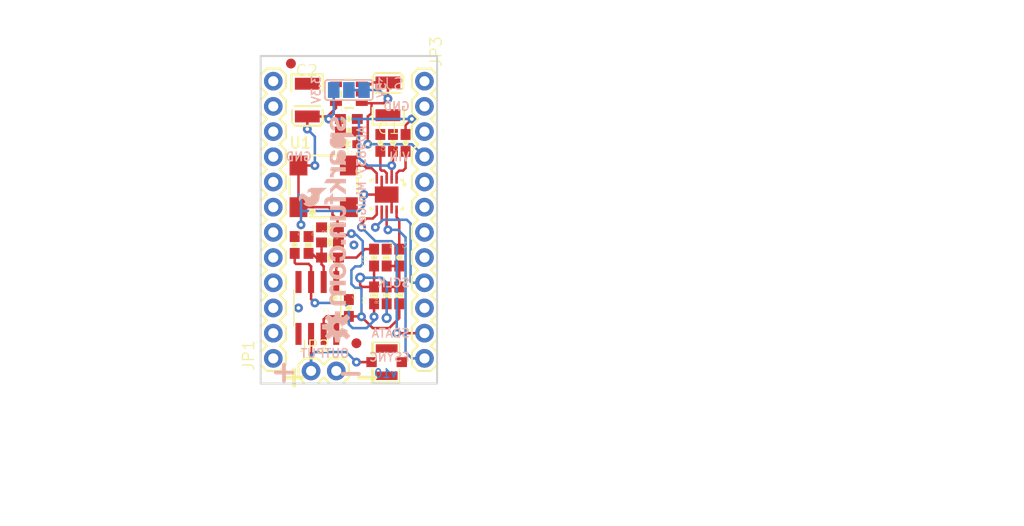
<source format=kicad_pcb>
(kicad_pcb (version 20211014) (generator pcbnew)
  (layers (0 "F.Cu" signal) (1 "In1.Cu" signal) (2 "In2.Cu" signal) (31 "B.Cu" signal) (34 "B.Paste" user) (35 "F.Paste" user) (36 "B.SilkS" user "B.Silkscreen") (37 "F.SilkS" user "F.Silkscreen") (38 "B.Mask" user) (39 "F.Mask" user) (44 "Edge.Cuts" user))
  (net 0 "")
  (net 1 "GND")
  (net 2 "N$3")
  (net 3 "VCC")
  (net 4 "MCLK")
  (net 5 "SCLK")
  (net 6 "FSYNC")
  (net 7 "SDATA")
  (net 8 "N$14")
  (net 9 "N$21")
  (net 10 "N$23")
  (net 11 "N$10")
  (net 12 "N$7")
  (net 13 "N$8")
  (net 14 "N$12")
  (net 15 "N$9")
  (net 16 "OUT")
  (net 17 "VIN")
  (footprint "boardEagle:0603-CAP" (layer "F.Cu") (at 143.0401 107.5436 -90)
    (fp_text reference "C9" (at -0.889 -0.762 -90) (layer "F.SilkS") (effects (font (size 0.373888 0.373888) (thickness 0.032512)) (justify left bottom)))
    (fp_text value "18pF")
    (pad "1" smd rect (at -0.85 0 270) (size 1.1 1) (layers "F.Cu" "F.Paste" "F.Mask") (net 1 "GND"))
    (pad "2" smd rect (at 0.85 0 270) (size 1.1 1) (layers "F.Cu" "F.Paste" "F.Mask") (net 12 "N$7"))
  )
  (footprint "boardEagle:CREATIVE_COMMONS" (layer "F.Cu") (at 133.652157 135.4836)
    (fp_text reference "FRAME1" hide)
    (fp_text value "FRAME-LETTER" hide)
  )
  (footprint "boardEagle:0603-RES" (layer "F.Cu") (at 151.0411 112.6236 90)
    (fp_text reference "R5" (at -0.889 -0.762 90) (layer "F.SilkS") (effects (font (size 0.373888 0.373888) (thickness 0.032512)) (justify left bottom)))
    (fp_text value "2.55K")
    (pad "1" smd rect (at -0.85 0 90) (size 1.1 1) (layers "F.Cu" "F.Paste" "F.Mask") (net 12 "N$7"))
    (pad "2" smd rect (at 0.85 0 90) (size 1.1 1) (layers "F.Cu" "F.Paste" "F.Mask") (net 13 "N$8"))
  )
  (footprint "boardEagle:0603-CAP" (layer "F.Cu") (at 148.5011 94.8436)
    (fp_text reference "C3" (at -0.889 -0.762) (layer "F.SilkS") (effects (font (size 0.373888 0.373888) (thickness 0.032512)) (justify left bottom)))
    (fp_text value "0.1uF")
    (pad "1" smd rect (at -0.85 0) (size 1.1 1) (layers "F.Cu" "F.Paste" "F.Mask") (net 3 "VCC"))
    (pad "2" smd rect (at 0.85 0) (size 1.1 1) (layers "F.Cu" "F.Paste" "F.Mask") (net 1 "GND"))
  )
  (footprint "boardEagle:0603-RES" (layer "F.Cu") (at 144.4371 107.5436 -90)
    (fp_text reference "R10" (at -0.889 -0.762 -90) (layer "F.SilkS") (effects (font (size 0.373888 0.373888) (thickness 0.032512)) (justify left bottom)))
    (fp_text value "1.8K")
    (pad "1" smd rect (at -0.85 0 270) (size 1.1 1) (layers "F.Cu" "F.Paste" "F.Mask") (net 1 "GND"))
    (pad "2" smd rect (at 0.85 0 270) (size 1.1 1) (layers "F.Cu" "F.Paste" "F.Mask") (net 14 "N$12"))
  )
  (footprint "boardEagle:0603-RES" (layer "F.Cu") (at 146.5961 107.2896)
    (fp_text reference "R9" (at -0.889 -0.762) (layer "F.SilkS") (effects (font (size 0.373888 0.373888) (thickness 0.032512)) (justify left bottom)))
    (fp_text value "1.8K")
    (pad "1" smd rect (at -0.85 0) (size 1.1 1) (layers "F.Cu" "F.Paste" "F.Mask") (net 14 "N$12"))
    (pad "2" smd rect (at 0.85 0) (size 1.1 1) (layers "F.Cu" "F.Paste" "F.Mask") (net 3 "VCC"))
  )
  (footprint "boardEagle:1X12" (layer "F.Cu") (at 140.8811 118.9736 90)
    (fp_text reference "JP1" (at -1.3462 -1.8288 90) (layer "F.SilkS") (effects (font (size 1.143 1.143) (thickness 0.127)) (justify left bottom)))
    (fp_text value "M12PTH")
    (pad "1" thru_hole circle (at 0 0 180) (size 1.8796 1.8796) (drill 1.016) (layers *.Cu *.Mask))
    (pad "2" thru_hole circle (at 2.54 0 180) (size 1.8796 1.8796) (drill 1.016) (layers *.Cu *.Mask))
    (pad "3" thru_hole circle (at 5.08 0 180) (size 1.8796 1.8796) (drill 1.016) (layers *.Cu *.Mask))
    (pad "4" thru_hole circle (at 7.62 0 180) (size 1.8796 1.8796) (drill 1.016) (layers *.Cu *.Mask))
    (pad "5" thru_hole circle (at 10.16 0 180) (size 1.8796 1.8796) (drill 1.016) (layers *.Cu *.Mask))
    (pad "6" thru_hole circle (at 12.7 0 180) (size 1.8796 1.8796) (drill 1.016) (layers *.Cu *.Mask))
    (pad "7" thru_hole circle (at 15.24 0 180) (size 1.8796 1.8796) (drill 1.016) (layers *.Cu *.Mask))
    (pad "8" thru_hole circle (at 17.78 0 180) (size 1.8796 1.8796) (drill 1.016) (layers *.Cu *.Mask))
    (pad "9" thru_hole circle (at 20.32 0 180) (size 1.8796 1.8796) (drill 1.016) (layers *.Cu *.Mask) (net 1 "GND"))
    (pad "10" thru_hole circle (at 22.86 0 180) (size 1.8796 1.8796) (drill 1.016) (layers *.Cu *.Mask))
    (pad "11" thru_hole circle (at 25.4 0 180) (size 1.8796 1.8796) (drill 1.016) (layers *.Cu *.Mask))
    (pad "12" thru_hole circle (at 27.94 0 180) (size 1.8796 1.8796) (drill 1.016) (layers *.Cu *.Mask))
  )
  (footprint "boardEagle:EIA3528" (layer "F.Cu") (at 152.4381 92.8116 90)
    (fp_text reference "C1" (at -2.27 1.27 180) (layer "F.SilkS") (effects (font (size 1.1684 1.1684) (thickness 0.1016)) (justify right top)))
    (fp_text value "10uF")
    (pad "A" smd rect (at 1.65 0 180) (size 2.5 1.2) (layers "F.Cu" "F.Paste" "F.Mask") (net 17 "VIN"))
    (pad "C" smd rect (at -1.65 0 180) (size 2.5 1.2) (layers "F.Cu" "F.Paste" "F.Mask") (net 1 "GND"))
  )
  (footprint "boardEagle:SOT23-5" (layer "F.Cu") (at 148.5011 92.3036 90)
    (fp_text reference "U2" (at -0.889 -2.159 90) (layer "F.SilkS") (effects (font (size 0.373888 0.373888) (thickness 0.032512)) (justify left bottom)))
    (fp_text value "3.3V")
    (pad "1" smd rect (at -0.95 1.3001 90) (size 0.55 1.2) (layers "F.Cu" "F.Paste" "F.Mask") (net 17 "VIN"))
    (pad "2" smd rect (at 0 1.3001 90) (size 0.55 1.2) (layers "F.Cu" "F.Paste" "F.Mask") (net 1 "GND"))
    (pad "3" smd rect (at 0.95 1.3001 90) (size 0.55 1.2) (layers "F.Cu" "F.Paste" "F.Mask") (net 17 "VIN"))
    (pad "4" smd rect (at 0.95 -1.3001 90) (size 0.55 1.2) (layers "F.Cu" "F.Paste" "F.Mask"))
    (pad "5" smd rect (at -0.95 -1.3001 90) (size 0.55 1.2) (layers "F.Cu" "F.Paste" "F.Mask") (net 3 "VCC"))
  )
  (footprint "boardEagle:0603-CAP" (layer "F.Cu") (at 148.5011 113.8936 -90)
    (fp_text reference "C11" (at -0.889 -0.762 -90) (layer "F.SilkS") (effects (font (size 0.373888 0.373888) (thickness 0.032512)) (justify left bottom)))
    (fp_text value "0.1uF")
    (pad "1" smd rect (at -0.85 0 270) (size 1.1 1) (layers "F.Cu" "F.Paste" "F.Mask") (net 1 "GND"))
    (pad "2" smd rect (at 0.85 0 270) (size 1.1 1) (layers "F.Cu" "F.Paste" "F.Mask") (net 3 "VCC"))
  )
  (footprint "boardEagle:FIDUCIAL-1X2" (layer "F.Cu") (at 142.6591 89.2556)
    (fp_text reference "FID1" hide)
    (fp_text value "FIDUCIAL1X2" hide)
    (pad "1" smd roundrect (at 0 0) (size 1 1) (layers "F.Cu" "F.Mask") (roundrect_rratio 0.5))
  )
  (footprint "boardEagle:FIDUCIAL-1X2" (layer "F.Cu") (at 149.2631 117.4496)
    (fp_text reference "FID2" hide)
    (fp_text value "FIDUCIAL1X2" hide)
    (pad "1" smd roundrect (at 0 0) (size 1 1) (layers "F.Cu" "F.Mask") (roundrect_rratio 0.5))
  )
  (footprint "boardEagle:0603-RES" (layer "F.Cu") (at 152.3111 108.8136 -90)
    (fp_text reference "R7" (at -0.889 -0.762 -90) (layer "F.SilkS") (effects (font (size 0.373888 0.373888) (thickness 0.032512)) (justify left bottom)))
    (fp_text value "10K")
    (pad "1" smd rect (at -0.85 0 270) (size 1.1 1) (layers "F.Cu" "F.Paste" "F.Mask") (net 1 "GND"))
    (pad "2" smd rect (at 0.85 0 270) (size 1.1 1) (layers "F.Cu" "F.Paste" "F.Mask") (net 8 "N$14"))
  )
  (footprint "boardEagle:1X12" (layer "F.Cu") (at 156.1211 91.0336 -90)
    (fp_text reference "JP3" (at -1.3462 -1.8288 -90) (layer "F.SilkS") (effects (font (size 1.143 1.143) (thickness 0.127)) (justify left bottom)))
    (fp_text value "M12PTH")
    (pad "1" thru_hole circle (at 0 0) (size 1.8796 1.8796) (drill 1.016) (layers *.Cu *.Mask))
    (pad "2" thru_hole circle (at 2.54 0) (size 1.8796 1.8796) (drill 1.016) (layers *.Cu *.Mask) (net 1 "GND"))
    (pad "3" thru_hole circle (at 5.08 0) (size 1.8796 1.8796) (drill 1.016) (layers *.Cu *.Mask))
    (pad "4" thru_hole circle (at 7.62 0) (size 1.8796 1.8796) (drill 1.016) (layers *.Cu *.Mask) (net 17 "VIN"))
    (pad "5" thru_hole circle (at 10.16 0) (size 1.8796 1.8796) (drill 1.016) (layers *.Cu *.Mask))
    (pad "6" thru_hole circle (at 12.7 0) (size 1.8796 1.8796) (drill 1.016) (layers *.Cu *.Mask))
    (pad "7" thru_hole circle (at 15.24 0) (size 1.8796 1.8796) (drill 1.016) (layers *.Cu *.Mask))
    (pad "8" thru_hole circle (at 17.78 0) (size 1.8796 1.8796) (drill 1.016) (layers *.Cu *.Mask))
    (pad "9" thru_hole circle (at 20.32 0) (size 1.8796 1.8796) (drill 1.016) (layers *.Cu *.Mask) (net 5 "SCLK"))
    (pad "10" thru_hole circle (at 22.86 0) (size 1.8796 1.8796) (drill 1.016) (layers *.Cu *.Mask))
    (pad "11" thru_hole circle (at 25.4 0) (size 1.8796 1.8796) (drill 1.016) (layers *.Cu *.Mask) (net 7 "SDATA"))
    (pad "12" thru_hole circle (at 27.94 0) (size 1.8796 1.8796) (drill 1.016) (layers *.Cu *.Mask) (net 6 "FSYNC"))
  )
  (footprint "boardEagle:0603-CAP" (layer "F.Cu") (at 154.2161 97.2566 90)
    (fp_text reference "C14" (at -0.889 -0.762 90) (layer "F.SilkS") (effects (font (size 0.373888 0.373888) (thickness 0.032512)) (justify left bottom)))
    (fp_text value "10nF")
    (pad "1" smd rect (at -0.85 0 90) (size 1.1 1) (layers "F.Cu" "F.Paste" "F.Mask") (net 10 "N$23"))
    (pad "2" smd rect (at 0.85 0 90) (size 1.1 1) (layers "F.Cu" "F.Paste" "F.Mask") (net 3 "VCC"))
  )
  (footprint "boardEagle:U.FL" (layer "F.Cu") (at 152.3111 119.3546 180)
    (fp_text reference "J1" hide)
    (fp_text value "" hide)
    (pad "P$1" smd rect (at 0 -1.375 180) (size 2.2 0.85) (layers "F.Cu" "F.Paste" "F.Mask") (net 1 "GND"))
    (pad "P$2" smd rect (at 0 1.375 180) (size 2.2 0.85) (layers "F.Cu" "F.Paste" "F.Mask") (net 1 "GND"))
    (pad "P$3" smd rect (at 1.525 0 180) (size 1.05 1) (layers "F.Cu" "F.Paste" "F.Mask") (net 16 "OUT"))
    (pad "P$4" smd rect (at -1.525 0 180) (size 1.05 1) (layers "F.Cu" "F.Paste" "F.Mask"))
  )
  (footprint "boardEagle:LED-0603" (layer "F.Cu") (at 148.5011 97.3836 90)
    (fp_text reference "LED1" (at -0.6985 0.889 180) (layer "F.SilkS") (effects (font (size 0.373888 0.373888) (thickness 0.032512)) (justify right top)))
    (fp_text value "RED")
    (pad "A" smd rect (at 0 0.75 90) (size 0.8 0.8) (layers "F.Cu" "F.Paste" "F.Mask") (net 2 "N$3"))
    (pad "C" smd rect (at 0 -0.75 90) (size 0.8 0.8) (layers "F.Cu" "F.Paste" "F.Mask") (net 1 "GND"))
  )
  (footprint "boardEagle:0603-RES" (layer "F.Cu") (at 146.5961 108.8136 180)
    (fp_text reference "R8" (at -0.889 -0.762 180) (layer "F.SilkS") (effects (font (size 0.373888 0.373888) (thickness 0.032512)) (justify right top)))
    (fp_text value "787")
    (pad "1" smd rect (at -0.85 0 180) (size 1.1 1) (layers "F.Cu" "F.Paste" "F.Mask") (net 15 "N$9"))
    (pad "2" smd rect (at 0.85 0 180) (size 1.1 1) (layers "F.Cu" "F.Paste" "F.Mask") (net 14 "N$12"))
  )
  (footprint "boardEagle:0603-CAP" (layer "F.Cu") (at 151.6761 97.2566 90)
    (fp_text reference "C15" (at -0.889 -0.762 90) (layer "F.SilkS") (effects (font (size 0.373888 0.373888) (thickness 0.032512)) (justify left bottom)))
    (fp_text value "0.1uF")
    (pad "1" smd rect (at -0.85 0 90) (size 1.1 1) (layers "F.Cu" "F.Paste" "F.Mask") (net 11 "N$10"))
    (pad "2" smd rect (at 0.85 0 90) (size 1.1 1) (layers "F.Cu" "F.Paste" "F.Mask") (net 1 "GND"))
  )
  (footprint "boardEagle:0603-RES" (layer "F.Cu") (at 153.5811 112.6236 -90)
    (fp_text reference "R6" (at -0.889 -0.762 -90) (layer "F.SilkS") (effects (font (size 0.373888 0.373888) (thickness 0.032512)) (justify left bottom)))
    (fp_text value "10K")
    (pad "1" smd rect (at -0.85 0 270) (size 1.1 1) (layers "F.Cu" "F.Paste" "F.Mask") (net 8 "N$14"))
    (pad "2" smd rect (at 0.85 0 270) (size 1.1 1) (layers "F.Cu" "F.Paste" "F.Mask") (net 3 "VCC"))
  )
  (footprint "boardEagle:0603-RES" (layer "F.Cu") (at 152.3111 112.6236 90)
    (fp_text reference "R4" (at -0.889 -0.762 90) (layer "F.SilkS") (effects (font (size 0.373888 0.373888) (thickness 0.032512)) (justify left bottom)))
    (fp_text value "1.8K")
    (pad "1" smd rect (at -0.85 0 90) (size 1.1 1) (layers "F.Cu" "F.Paste" "F.Mask") (net 13 "N$8"))
    (pad "2" smd rect (at 0.85 0 90) (size 1.1 1) (layers "F.Cu" "F.Paste" "F.Mask") (net 8 "N$14"))
  )
  (footprint "boardEagle:0603-CAP" (layer "F.Cu") (at 146.5961 105.7656 180)
    (fp_text reference "C13" (at -0.889 -0.762 180) (layer "F.SilkS") (effects (font (size 0.373888 0.373888) (thickness 0.032512)) (justify right top)))
    (fp_text value "0.1uF")
    (pad "1" smd rect (at -0.85 0 180) (size 1.1 1) (layers "F.Cu" "F.Paste" "F.Mask") (net 3 "VCC"))
    (pad "2" smd rect (at 0.85 0 180) (size 1.1 1) (layers "F.Cu" "F.Paste" "F.Mask") (net 1 "GND"))
  )
  (footprint "boardEagle:CRYSTAL-SMD-7X5" (layer "F.Cu") (at 143.4211 103.7336)
    (fp_text reference "U1" (at -1.016 -5.842) (layer "F.SilkS") (effects (font (size 1.0795 1.0795) (thickness 0.1905)) (justify left bottom)))
    (fp_text value "16MHz")
    (pad "P$1" smd rect (at 0 0 90) (size 2 1.8) (layers "F.Cu" "F.Paste" "F.Mask") (net 3 "VCC"))
    (pad "P$2" smd rect (at 5.08 0 90) (size 2 1.8) (layers "F.Cu" "F.Paste" "F.Mask") (net 1 "GND"))
    (pad "P$3" smd rect (at 5.08 -4.2 90) (size 2 1.8) (layers "F.Cu" "F.Paste" "F.Mask") (net 4 "MCLK"))
    (pad "P$4" smd rect (at 0 -4.2 90) (size 2 1.8) (layers "F.Cu" "F.Paste" "F.Mask") (net 3 "VCC"))
  )
  (footprint "boardEagle:1X02" (layer "F.Cu") (at 144.6911 120.2436)
    (fp_text reference "JP2" (at -1.3462 -1.8288) (layer "F.SilkS") (effects (font (size 1.143 1.143) (thickness 0.127)) (justify left bottom)))
    (fp_text value "M02PTH")
    (pad "1" thru_hole circle (at 0 0 90) (size 1.8796 1.8796) (drill 1.016) (layers *.Cu *.Mask) (net 16 "OUT"))
    (pad "2" thru_hole circle (at 2.54 0 90) (size 1.8796 1.8796) (drill 1.016) (layers *.Cu *.Mask) (net 1 "GND"))
  )
  (footprint "boardEagle:AD9837" (layer "F.Cu") (at 152.3111 102.4636 -90)
    (fp_text reference "U3" (at -1.5 2.5 -90) (layer "F.SilkS") (effects (font (size 0.51816 0.51816) (thickness 0.09144)) (justify left bottom)))
    (fp_text value "AD9837")
    (pad "P$0" smd rect (at 0 0 180) (size 2.38 1.64) (layers "F.Cu" "F.Mask") (net 1 "GND"))
    (pad "P$1" smd rect (at -1.5 -1 180) (size 0.25 0.8) (layers "F.Cu" "F.Paste" "F.Mask") (net 10 "N$23"))
    (pad "P$2" smd rect (at -1.5 -0.5 180) (size 0.25 0.8) (layers "F.Cu" "F.Paste" "F.Mask") (net 3 "VCC"))
    (pad "P$3" smd rect (at -1.5 0 180) (size 0.25 0.8) (layers "F.Cu" "F.Paste" "F.Mask") (net 11 "N$10"))
    (pad "P$4" smd rect (at -1.5 0.5 180) (size 0.25 0.8) (layers "F.Cu" "F.Paste" "F.Mask") (net 1 "GND"))
    (pad "P$5" smd rect (at -1.5 1 180) (size 0.25 0.8) (layers "F.Cu" "F.Paste" "F.Mask") (net 4 "MCLK"))
    (pad "P$6" smd rect (at 1.5 1 180) (size 0.25 0.8) (layers "F.Cu" "F.Paste" "F.Mask") (net 7 "SDATA"))
    (pad "P$7" smd rect (at 1.5 0.5 180) (size 0.25 0.8) (layers "F.Cu" "F.Paste" "F.Mask") (net 5 "SCLK"))
    (pad "P$8" smd rect (at 1.5 0 180) (size 0.25 0.8) (layers "F.Cu" "F.Paste" "F.Mask") (net 6 "FSYNC"))
    (pad "P$9" smd rect (at 1.5 -0.5 180) (size 0.25 0.8) (layers "F.Cu" "F.Paste" "F.Mask") (net 1 "GND"))
    (pad "P$10" smd rect (at 1.5 -1 180) (size 0.25 0.8) (layers "F.Cu" "F.Paste" "F.Mask") (net 9 "N$21"))
  )
  (footprint "boardEagle:0603-CAP" (layer "F.Cu") (at 152.9461 97.2566 90)
    (fp_text reference "C8" (at -0.889 -0.762 90) (layer "F.SilkS") (effects (font (size 0.373888 0.373888) (thickness 0.032512)) (justify left bottom)))
    (fp_text value "0.1uF")
    (pad "1" smd rect (at -0.85 0 90) (size 1.1 1) (layers "F.Cu" "F.Paste" "F.Mask") (net 3 "VCC"))
    (pad "2" smd rect (at 0.85 0 90) (size 1.1 1) (layers "F.Cu" "F.Paste" "F.Mask") (net 1 "GND"))
  )
  (footprint "boardEagle:0603-CAP" (layer "F.Cu") (at 151.0411 108.8136 90)
    (fp_text reference "C10" (at -0.889 -0.762 90) (layer "F.SilkS") (effects (font (size 0.373888 0.373888) (thickness 0.032512)) (justify left bottom)))
    (fp_text value "18pF")
    (pad "1" smd rect (at -0.85 0 90) (size 1.1 1) (layers "F.Cu" "F.Paste" "F.Mask") (net 13 "N$8"))
    (pad "2" smd rect (at 0.85 0 90) (size 1.1 1) (layers "F.Cu" "F.Paste" "F.Mask") (net 15 "N$9"))
  )
  (footprint "boardEagle:0603-CAP" (layer "F.Cu") (at 153.5811 108.8136 -90)
    (fp_text reference "C4" (at -0.889 -0.762 -90) (layer "F.SilkS") (effects (font (size 0.373888 0.373888) (thickness 0.032512)) (justify left bottom)))
    (fp_text value "10uF, 6.3V")
    (pad "1" smd rect (at -0.85 0 270) (size 1.1 1) (layers "F.Cu" "F.Paste" "F.Mask") (net 9 "N$21"))
    (pad "2" smd rect (at 0.85 0 270) (size 1.1 1) (layers "F.Cu" "F.Paste" "F.Mask") (net 8 "N$14"))
  )
  (footprint "boardEagle:SO08" (layer "F.Cu") (at 145.3261 113.8936 180)
    (fp_text reference "U4" (at -1.27 0 180) (layer "F.SilkS") (effects (font (size 0.373888 0.373888) (thickness 0.032512)) (justify right top)))
    (fp_text value "")
    (pad "1" smd rect (at -1.905 2.6162 180) (size 0.6096 2.2098) (layers "F.Cu" "F.Paste" "F.Mask") (net 15 "N$9"))
    (pad "2" smd rect (at -0.635 2.6162 180) (size 0.6096 2.2098) (layers "F.Cu" "F.Paste" "F.Mask") (net 14 "N$12"))
    (pad "3" smd rect (at 0.635 2.6162 180) (size 0.6096 2.2098) (layers "F.Cu" "F.Paste" "F.Mask") (net 12 "N$7"))
    (pad "4" smd rect (at 1.905 2.6162 180) (size 0.6096 2.2098) (layers "F.Cu" "F.Paste" "F.Mask") (net 1 "GND"))
    (pad "5" smd rect (at 1.905 -2.6162 180) (size 0.6096 2.2098) (layers "F.Cu" "F.Paste" "F.Mask"))
    (pad "6" smd rect (at 0.635 -2.6162 180) (size 0.6096 2.2098) (layers "F.Cu" "F.Paste" "F.Mask") (net 16 "OUT"))
    (pad "7" smd rect (at -0.635 -2.6162 180) (size 0.6096 2.2098) (layers "F.Cu" "F.Paste" "F.Mask") (net 3 "VCC"))
    (pad "8" smd rect (at -1.905 -2.6162 180) (size 0.6096 2.2098) (layers "F.Cu" "F.Paste" "F.Mask"))
  )
  (footprint "boardEagle:0603-RES" (layer "F.Cu") (at 148.5011 96.1136)
    (fp_text reference "R1" (at -0.889 -0.762) (layer "F.SilkS") (effects (font (size 0.373888 0.373888) (thickness 0.032512)) (justify left bottom)))
    (fp_text value "330")
    (pad "1" smd rect (at -0.85 0) (size 1.1 1) (layers "F.Cu" "F.Paste" "F.Mask") (net 3 "VCC"))
    (pad "2" smd rect (at 0.85 0) (size 1.1 1) (layers "F.Cu" "F.Paste" "F.Mask") (net 2 "N$3"))
  )
  (footprint "boardEagle:EIA3528" (layer "F.Cu") (at 144.3101 92.9386 -90)
    (fp_text reference "C2" (at -2.27 1.27) (layer "F.SilkS") (effects (font (size 1.1684 1.1684) (thickness 0.1016)) (justify left bottom)))
    (fp_text value "10uF")
    (pad "A" smd rect (at 1.65 0) (size 2.5 1.2) (layers "F.Cu" "F.Paste" "F.Mask") (net 3 "VCC"))
    (pad "C" smd rect (at -1.65 0) (size 2.5 1.2) (layers "F.Cu" "F.Paste" "F.Mask") (net 1 "GND"))
  )
  (footprint "boardEagle:SJ_2" (layer "B.Cu") (at 148.5011 91.9226 180)
    (fp_text reference "SJ1" (at -2.413 1.27) (layer "B.SilkS") (effects (font (size 1.143 1.143) (thickness 0.127)) (justify right top mirror)))
    (fp_text value "")
    (pad "1" smd rect (at -1.524 0 180) (size 1.1684 1.6002) (layers "B.Cu" "B.Paste" "B.Mask") (net 17 "VIN"))
    (pad "2" smd rect (at 0 0 180) (size 1.1684 1.6002) (layers "B.Cu" "B.Paste" "B.Mask") (net 17 "VIN"))
    (pad "3" smd rect (at 1.524 0 180) (size 1.1684 1.6002) (layers "B.Cu" "B.Paste" "B.Mask") (net 3 "VCC"))
  )
  (footprint "boardEagle:OSHW-LOGO-S" (layer "B.Cu") (at 147.3581 115.7986 -90)
    (fp_text reference "U$2" hide)
    (fp_text value "OSHW-LOGOS" hide)
  )
  (footprint "boardEagle:SFE-NEW-WEBLOGO" (layer "B.Cu") (at 149.1361 94.5896 -90)
    (fp_text reference "JP4" hide)
    (fp_text value "LOGO-SFENEW" hide)
  )
  (gr_line (start 139.6111 88.4936) (end 139.6111 121.5136) (layer "Edge.Cuts") (width 0.2032))
  (gr_line (start 157.3911 121.5136) (end 157.3911 88.4936) (layer "Edge.Cuts") (width 0.2032))
  (gr_line (start 139.6111 121.5136) (end 157.3911 121.5136) (layer "Edge.Cuts") (width 0.2032))
  (gr_line (start 157.3911 88.4936) (end 139.6111 88.4936) (layer "Edge.Cuts") (width 0.2032))
  (gr_text "v10" (at 153.4541 121.0056) (layer "B.Cu") (effects (font (size 0.8636 0.8636) (thickness 0.1524)) (justify left bottom mirror)))
  (gr_text "3.3V" (at 145.7071 90.3986 -270) (layer "B.SilkS") (effects (font (size 0.8636 0.8636) (thickness 0.1524)) (justify left bottom mirror)))
  (gr_text "GND" (at 154.7241 94.0816) (layer "B.SilkS") (effects (font (size 0.8636 0.8636) (thickness 0.1524)) (justify left bottom mirror)))
  (gr_text "+" (at 143.5481 121.5136) (layer "B.SilkS") (effects (font (size 2.159 2.159) (thickness 0.381)) (justify left bottom mirror)))
  (gr_text "FSYNC" (at 154.7241 119.3546) (layer "B.SilkS") (effects (font (size 0.8636 0.8636) (thickness 0.1524)) (justify left bottom mirror)))
  (gr_text "SDATA" (at 154.7241 116.9416) (layer "B.SilkS") (effects (font (size 0.8636 0.8636) (thickness 0.1524)) (justify left bottom mirror)))
  (gr_text "-" (at 150.2791 121.6406) (layer "B.SilkS") (effects (font (size 2.159 2.159) (thickness 0.381)) (justify left bottom mirror)))
  (gr_text "OUTPUT" (at 148.6281 118.9736) (layer "B.SilkS") (effects (font (size 0.8636 0.8636) (thickness 0.1524)) (justify left bottom mirror)))
  (gr_text "GND" (at 142.0241 98.1456) (layer "B.SilkS") (effects (font (size 0.8636 0.8636) (thickness 0.1524)) (justify right top mirror)))
  (gr_text "5V" (at 152.3111 91.0336 -270) (layer "B.SilkS") (effects (font (size 0.8636 0.8636) (thickness 0.1524)) (justify left bottom mirror)))
  (gr_text "VIN" (at 154.7241 99.1616) (layer "B.SilkS") (effects (font (size 0.8636 0.8636) (thickness 0.1524)) (justify left bottom mirror)))
  (gr_text "AD9837 MiniGen" (at 150.2791 95.4786 -270) (layer "B.SilkS") (effects (font (size 0.8636 0.8636) (thickness 0.1524)) (justify left bottom mirror)))
  (gr_text "SCLK" (at 154.7241 111.8616) (layer "B.SilkS") (effects (font (size 0.8636 0.8636) (thickness 0.1524)) (justify left bottom mirror)))
  (gr_text "+" (at 141.3891 122.0216) (layer "F.SilkS") (effects (font (size 2.159 2.159) (thickness 0.381)) (justify left bottom)))
  (gr_text "-" (at 148.7551 122.0216) (layer "F.SilkS") (effects (font (size 2.159 2.159) (thickness 0.381)) (justify left bottom)))
  (segment (start 151.8111 100.9636) (end 151.8111 101.9636) (width 0.254) (layer "F.Cu") (net 1))
  (segment (start 152.8111 102.9636) (end 152.3111 102.4636) (width 0.254) (layer "F.Cu") (net 1))
  (segment (start 151.8111 101.9636) (end 152.3111 102.4636) (width 0.254) (layer "F.Cu") (net 1))
  (segment (start 150.0251 102.4636) (end 152.3111 102.4636) (width 0.254) (layer "F.Cu") (net 1))
  (segment (start 152.8111 103.9636) (end 152.8111 102.9636) (width 0.254) (layer "F.Cu") (net 1))
  (via (at 149.0091 107.5436) (size 0.889) (drill 0.381) (layers "F.Cu" "B.Cu") (net 1))
  (via (at 150.0251 102.4636) (size 0.889) (drill 0.381) (layers "F.Cu" "B.Cu") (net 1))
  (via (at 143.6751 105.5116) (size 0.889) (drill 0.381) (layers "F.Cu" "B.Cu") (net 1))
  (via (at 143.4211 113.8936) (size 0.889) (drill 0.381) (layers "F.Cu" "B.Cu") (net 1))
  (segment (start 149.5171 104.1146) (end 143.6751 104.1146) (width 0.254) (layer "B.Cu") (net 1))
  (segment (start 150.0251 102.4636) (end 150.0251 103.6066) (width 0.254) (layer "B.Cu") (net 1))
  (segment (start 150.0251 103.6066) (end 149.5171 104.1146) (width 0.254) (layer "B.Cu") (net 1))
  (segment (start 143.6751 102.7176) (end 143.4211 102.4636) (width 0.254) (layer "B.Cu") (net 1))
  (segment (start 143.6751 105.5116) (end 143.6751 104.1146) (width 0.254) (layer "B.Cu") (net 1))
  (segment (start 143.6751 104.1146) (end 143.6751 102.7176) (width 0.254) (layer "B.Cu") (net 1))
  (segment (start 149.3511 96.1136) (end 149.3511 97.2836) (width 0.254) (layer "F.Cu") (net 2))
  (segment (start 149.3511 97.2836) (end 149.2511 97.3836) (width 0.254) (layer "F.Cu") (net 2))
  (segment (start 153.5811 113.4736) (end 153.5811 114.9096) (width 0.254) (layer "F.Cu") (net 3))
  (segment (start 146.8501 104.4956) (end 147.3581 105.0036) (width 0.254) (layer "F.Cu") (net 3))
  (segment (start 143.4211 103.7336) (end 146.4691 103.7336) (width 0.254) (layer "F.Cu") (net 3))
  (segment (start 148.753765 106.526266) (end 148.7551 106.4006) (width 0.254) (layer "F.Cu") (net 3))
  (segment (start 147.6511 94.8436) (end 147.2311 94.8436) (width 0.254) (layer "F.Cu") (net 3))
  (segment (start 147.3581 105.0036) (end 147.3581 105.6776) (width 0.254) (layer "F.Cu") (net 3))
  (segment (start 147.4461 105.7656) (end 147.4461 106.526266) (width 0.254) (layer "F.Cu") (net 3))
  (segment (start 146.2541 114.7436) (end 145.9611 115.0366) (width 0.254) (layer "F.Cu") (net 3))
  (segment (start 147.3581 105.6776) (end 147.4461 105.7656) (width 0.254) (layer "F.Cu") (net 3))
  (segment (start 154.2161 95.4786) (end 154.8511 94.8436) (width 0.254) (layer "F.Cu") (net 3))
  (segment (start 146.8501 104.1146) (end 146.8501 104.4956) (width 0.254) (layer "F.Cu") (net 3))
  (segment (start 147.4461 106.526266) (end 147.4461 107.2896) (width 0.254) (layer "F.Cu") (net 3))
  (segment (start 147.6511 94.8436) (end 146.4691 94.8436) (width 0.254) (layer "F.Cu") (net 3))
  (segment (start 146.4691 103.7336) (end 146.8501 104.1146) (width 0.254) (layer "F.Cu") (net 3))
  (segment (start 146.4691 94.8436) (end 146.4691 94.4626) (width 0.254) (layer "F.Cu") (net 3))
  (segment (start 153.5811 114.9096) (end 152.5651 115.9256) (width 0.254) (layer "F.Cu") (net 3))
  (segment (start 144.3101 94.5886) (end 146.2141 94.5886) (width 0.254) (layer "F.Cu") (net 3))
  (segment (start 152.5651 115.9256) (end 150.9141 115.9256) (width 0.254) (layer "F.Cu") (net 3))
  (segment (start 143.4211 99.5336) (end 143.4211 103.7336) (width 0.254) (layer "F.Cu") (net 3))
  (segment (start 145.9611 115.0366) (end 145.9611 116.5098) (width 0.254) (layer "F.Cu") (net 3))
  (segment (start 147.4461 106.526266) (end 148.753765 106.526266) (width 0.254) (layer "F.Cu") (net 3))
  (segment (start 152.8191 99.5426) (end 152.8191 100.9556) (width 0.254) (layer "F.Cu") (net 3))
  (segment (start 146.2141 94.5886) (end 146.4691 94.8436) (width 0.254) (layer "F.Cu") (net 3))
  (segment (start 149.7321 114.7436) (end 149.7711 114.7826) (width 0.254) (layer "F.Cu") (net 3))
  (segment (start 152.9461 98.1066) (end 152.9461 99.7966) (width 0.254) (layer "F.Cu") (net 3))
  (segment (start 148.5011 114.7436) (end 149.7321 114.7436) (width 0.254) (layer "F.Cu") (net 3))
  (segment (start 144.9361 99.5336) (end 145.0721 99.5426) (width 0.254) (layer "F.Cu") (net 3))
  (segment (start 150.9141 115.9256) (end 149.7711 114.7826) (width 0.254) (layer "F.Cu") (net 3))
  (segment (start 147.6511 96.1136) (end 147.6511 94.8436) (width 0.254) (layer "F.Cu") (net 3))
  (segment (start 148.5011 114.7436) (end 146.2541 114.7436) (width 0.254) (layer "F.Cu") (net 3))
  (segment (start 152.9461 99.7966) (end 152.8191 99.5426) (width 0.254) (layer "F.Cu") (net 3))
  (segment (start 146.4691 94.4626) (end 147.201 93.7307) (width 0.254) (layer "F.Cu") (net 3))
  (segment (start 147.201 93.2536) (end 147.201 93.7307) (width 0.254) (layer "F.Cu") (net 3))
  (segment (start 143.4211 99.5336) (end 144.9361 99.5336) (width 0.254) (layer "F.Cu") (net 3))
  (segment (start 144.3101 95.8596) (end 144.3101 94.5886) (width 0.254) (layer "F.Cu") (net 3))
  (segment (start 152.8191 100.9556) (end 152.8111 100.9636) (width 0.254) (layer "F.Cu") (net 3))
  (segment (start 154.2161 96.4066) (end 154.2161 95.4786) (width 0.254) (layer "F.Cu") (net 3))
  (via (at 145.0721 99.5426) (size 0.889) (drill 0.381) (layers "F.Cu" "B.Cu") (net 3))
  (via (at 152.8191 99.5426) (size 0.889) (drill 0.381) (layers "F.Cu" "B.Cu") (net 3))
  (via (at 146.4691 94.8436) (size 0.889) (drill 0.381) (layers "F.Cu" "B.Cu") (net 3))
  (via (at 144.3101 95.8596) (size 0.889) (drill 0.381) (layers "F.Cu" "B.Cu") (net 3))
  (via (at 154.8511 94.8436) (size 0.889) (drill 0.381) (layers "F.Cu" "B.Cu") (net 3))
  (via (at 149.7711 114.7826) (size 0.889) (drill 0.381) (layers "F.Cu" "B.Cu") (net 3))
  (via (at 148.7551 106.4006) (size 0.889) (drill 0.381) (layers "F.Cu" "B.Cu") (net 3))
  (segment (start 149.5171 94.8436) (end 149.5171 98.7806) (width 0.254) (layer "B.Cu") (net 3))
  (segment (start 146.9771 94.3356) (end 146.4691 94.8436) (width 0.254) (layer "B.Cu") (net 3))
  (segment (start 149.6441 111.8616) (end 149.7711 111.9886) (width 0.254) (layer "B.Cu") (net 3))
  (segment (start 145.0721 96.6216) (end 144.3101 95.8596) (width 0.254) (layer "B.Cu") (net 3))
  (segment (start 149.5171 98.7806) (end 150.4061 99.5426) (width 0.254) (layer "B.Cu") (net 3))
  (segment (start 150.4061 99.5426) (end 152.8191 99.5426) (width 0.254) (layer "B.Cu") (net 3))
  (segment (start 149.8981 107.1626) (end 149.8981 109.4486) (width 0.254) (layer "B.Cu") (net 3))
  (segment (start 148.7551 110.0836) (end 148.7551 111.4806) (width 0.254) (layer "B.Cu") (net 3))
  (segment (start 154.8511 94.8436) (end 149.5171 94.8436) (width 0.254) (layer "B.Cu") (net 3))
  (segment (start 149.6441 109.7026) (end 149.1361 109.7026) (width 0.254) (layer "B.Cu") (net 3))
  (segment (start 149.261765 106.526266) (end 149.8981 107.1626) (width 0.254) (layer "B.Cu") (net 3))
  (segment (start 148.880765 106.526266) (end 148.7551 106.4006) (width 0.254) (layer "B.Cu") (net 3))
  (segment (start 145.0721 99.5426) (end 145.0721 96.6216) (width 0.254) (layer "B.Cu") (net 3))
  (segment (start 149.261765 106.526266) (end 148.880765 106.526266) (width 0.254) (layer "B.Cu") (net 3))
  (segment (start 149.1361 111.8616) (end 149.6441 111.8616) (width 0.254) (layer "B.Cu") (net 3))
  (segment (start 149.5171 94.8436) (end 146.4691 94.8436) (width 0.254) (layer "B.Cu") (net 3))
  (segment (start 149.1361 109.7026) (end 148.7551 110.0836) (width 0.254) (layer "B.Cu") (net 3))
  (segment (start 149.7711 111.9886) (end 149.7711 114.7826) (width 0.254) (layer "B.Cu") (net 3))
  (segment (start 146.9771 91.9226) (end 146.9771 94.3356) (width 0.254) (layer "B.Cu") (net 3))
  (segment (start 148.7551 111.4806) (end 149.1361 111.8616) (width 0.254) (layer "B.Cu") (net 3))
  (segment (start 149.8981 109.4486) (end 149.6441 109.7026) (width 0.254) (layer "B.Cu") (net 3))
  (segment (start 148.5011 99.5336) (end 150.0161 99.5336) (width 0.254) (layer "F.Cu") (net 4))
  (segment (start 150.0161 99.5336) (end 150.2791 99.7966) (width 0.254) (layer "F.Cu") (net 4))
  (segment (start 151.3111 100.9636) (end 151.3111 100.3206) (width 0.254) (layer "F.Cu") (net 4))
  (segment (start 150.7871 99.7966) (end 151.3111 100.3206) (width 0.254) (layer "F.Cu") (net 4))
  (segment (start 150.2791 99.7966) (end 150.7871 99.7966) (width 0.254) (layer "F.Cu") (net 4))
  (segment (start 151.8111 103.9636) (end 151.8111 105.1226) (width 0.254) (layer "F.Cu") (net 5))
  (segment (start 151.8111 105.1226) (end 151.1681 105.7656) (width 0.254) (layer "F.Cu") (net 5))
  (via (at 151.1681 105.7656) (size 0.889) (drill 0.381) (layers "F.Cu" "B.Cu") (net 5))
  (segment (start 154.8511 111.3536) (end 156.1211 111.3536) (width 0.254) (layer "B.Cu") (net 5))
  (segment (start 154.7241 111.2266) (end 154.8511 111.3536) (width 0.254) (layer "B.Cu") (net 5))
  (segment (start 154.3431 105.0036) (end 154.7241 105.3846) (width 0.254) (layer "B.Cu") (net 5))
  (segment (start 154.7241 105.3846) (end 154.7241 111.2266) (width 0.254) (layer "B.Cu") (net 5))
  (segment (start 151.1681 105.7656) (end 151.9301 105.0036) (width 0.254) (layer "B.Cu") (net 5))
  (segment (start 151.9301 105.0036) (end 154.3431 105.0036) (width 0.254) (layer "B.Cu") (net 5))
  (segment (start 152.3111 103.9636) (end 152.3111 105.8926) (width 0.254) (layer "F.Cu") (net 6))
  (segment (start 152.3111 105.8926) (end 152.4381 106.0196) (width 0.254) (layer "F.Cu") (net 6))
  (via (at 152.4381 106.0196) (size 0.889) (drill 0.381) (layers "F.Cu" "B.Cu") (net 6))
  (segment (start 154.2161 106.7816) (end 154.2161 118.3386) (width 0.254) (layer "B.Cu") (net 6))
  (segment (start 153.4541 106.0196) (end 154.2161 106.7816) (width 0.254) (layer "B.Cu") (net 6))
  (segment (start 152.4381 106.0196) (end 153.4541 106.0196) (width 0.254) (layer "B.Cu") (net 6))
  (segment (start 154.2161 118.3386) (end 154.8511 118.9736) (width 0.254) (layer "B.Cu") (net 6))
  (segment (start 154.8511 118.9736) (end 156.1211 118.9736) (width 0.254) (layer "B.Cu") (net 6))
  (segment (start 150.9141 104.8766) (end 150.2791 104.8766) (width 0.254) (layer "F.Cu") (net 7))
  (segment (start 151.3111 103.9636) (end 151.3111 104.4796) (width 0.254) (layer "F.Cu") (net 7))
  (segment (start 150.2791 104.8766) (end 149.7711 105.3846) (width 0.254) (layer "F.Cu") (net 7))
  (segment (start 151.3111 104.4796) (end 150.9141 104.8766) (width 0.254) (layer "F.Cu") (net 7))
  (segment (start 149.7711 105.3846) (end 149.7711 105.7656) (width 0.254) (layer "F.Cu") (net 7))
  (segment (start 153.3271 116.4336) (end 156.1211 116.4336) (width 0.254) (layer "F.Cu") (net 7))
  (via (at 153.3271 116.4336) (size 0.889) (drill 0.381) (layers "F.Cu" "B.Cu") (net 7))
  (via (at 149.7711 105.7656) (size 0.889) (drill 0.381) (layers "F.Cu" "B.Cu") (net 7))
  (segment (start 151.1681 107.1626) (end 152.8191 107.1626) (width 0.254) (layer "B.Cu") (net 7))
  (segment (start 153.3271 107.6706) (end 153.3271 116.4336) (width 0.254) (layer "B.Cu") (net 7))
  (segment (start 149.7711 105.7656) (end 151.1681 107.1626) (width 0.254) (layer "B.Cu") (net 7))
  (segment (start 152.8191 107.1626) (end 153.3271 107.6706) (width 0.254) (layer "B.Cu") (net 7))
  (segment (start 153.5811 111.7736) (end 153.5811 109.6636) (width 0.254) (layer "F.Cu") (net 8))
  (segment (start 152.3111 111.7736) (end 153.5811 111.7736) (width 0.254) (layer "F.Cu") (net 8))
  (segment (start 153.5811 109.6636) (end 152.3111 109.6636) (width 0.254) (layer "F.Cu") (net 8))
  (segment (start 153.3111 104.7336) (end 153.5811 105.0036) (width 0.254) (layer "F.Cu") (net 9))
  (segment (start 153.5811 105.0036) (end 153.5811 107.9636) (width 0.254) (layer "F.Cu") (net 9))
  (segment (start 153.3111 103.9636) (end 153.3111 104.7336) (width 0.254) (layer "F.Cu") (net 9))
  (segment (start 153.9621 100.0506) (end 154.2161 99.7966) (width 0.254) (layer "F.Cu") (net 10))
  (segment (start 153.5811 100.0506) (end 153.9621 100.0506) (width 0.254) (layer "F.Cu") (net 10))
  (segment (start 154.2161 99.7966) (end 154.2161 98.1066) (width 0.254) (layer "F.Cu") (net 10))
  (segment (start 153.3111 100.3206) (end 153.5811 100.0506) (width 0.254) (layer "F.Cu") (net 10))
  (segment (start 153.3111 100.9636) (end 153.3111 100.3206) (width 0.254) (layer "F.Cu") (net 10))
  (segment (start 151.6761 99.9236) (end 151.6761 98.1066) (width 0.254) (layer "F.Cu") (net 11))
  (segment (start 152.0571 100.0506) (end 151.8031 100.0506) (width 0.254) (layer "F.Cu") (net 11))
  (segment (start 151.8031 100.0506) (end 151.6761 99.9236) (width 0.254) (layer "F.Cu") (net 11))
  (segment (start 152.3111 100.9636) (end 152.3111 100.3046) (width 0.254) (layer "F.Cu") (net 11))
  (segment (start 152.3111 100.3046) (end 152.0571 100.0506) (width 0.254) (layer "F.Cu") (net 11))
  (segment (start 143.1671 109.4486) (end 144.4371 109.4486) (width 0.254) (layer "F.Cu") (net 12))
  (segment (start 143.0401 108.3936) (end 143.0401 109.3216) (width 0.254) (layer "F.Cu") (net 12))
  (segment (start 144.4371 109.4486) (end 144.6911 109.7026) (width 0.254) (layer "F.Cu") (net 12))
  (segment (start 151.0411 114.7826) (end 151.0411 113.4736) (width 0.254) (layer "F.Cu") (net 12))
  (segment (start 144.6911 109.7026) (end 144.6911 111.2774) (width 0.254) (layer "F.Cu") (net 12))
  (segment (start 144.6911 111.2774) (end 144.6911 113.0046) (width 0.254) (layer "F.Cu") (net 12))
  (segment (start 143.0401 109.3216) (end 143.1671 109.4486) (width 0.254) (layer "F.Cu") (net 12))
  (segment (start 144.6911 113.0046) (end 145.0721 113.3856) (width 0.254) (layer "F.Cu") (net 12))
  (via (at 145.0721 113.3856) (size 0.889) (drill 0.381) (layers "F.Cu" "B.Cu") (net 12))
  (via (at 151.0411 114.7826) (size 0.889) (drill 0.381) (layers "F.Cu" "B.Cu") (net 12))
  (segment (start 145.0721 113.3856) (end 147.9931 113.3856) (width 0.254) (layer "B.Cu") (net 12))
  (segment (start 151.0411 115.1636) (end 151.0411 114.7826) (width 0.254) (layer "B.Cu") (net 12))
  (segment (start 148.8821 115.9256) (end 150.2791 115.9256) (width 0.254) (layer "B.Cu") (net 12))
  (segment (start 150.2791 115.9256) (end 151.0411 115.1636) (width 0.254) (layer "B.Cu") (net 12))
  (segment (start 147.9931 113.3856) (end 148.5011 113.8936) (width 0.254) (layer "B.Cu") (net 12))
  (segment (start 148.5011 113.8936) (end 148.5011 115.5446) (width 0.254) (layer "B.Cu") (net 12))
  (segment (start 148.5011 115.5446) (end 148.8821 115.9256) (width 0.254) (layer "B.Cu") (net 12))
  (segment (start 149.8101 111.7736) (end 149.6441 111.6076) (width 0.254) (layer "F.Cu") (net 13))
  (segment (start 151.0411 109.6636) (end 151.0411 111.7736) (width 0.254) (layer "F.Cu") (net 13))
  (segment (start 152.3111 114.9096) (end 152.3111 113.4736) (width 0.254) (layer "F.Cu") (net 13))
  (segment (start 149.6441 111.6076) (end 149.6441 110.8456) (width 0.254) (layer "F.Cu") (net 13))
  (segment (start 151.0411 111.7736) (end 149.8101 111.7736) (width 0.254) (layer "F.Cu") (net 13))
  (via (at 152.3111 114.9096) (size 1.016) (drill 0.508) (layers "F.Cu" "B.Cu") (net 13))
  (via (at 149.6441 110.8456) (size 1.016) (drill 0.508) (layers "F.Cu" "B.Cu") (net 13))
  (segment (start 151.8031 110.8456) (end 152.3111 111.3536) (width 0.254) (layer "B.Cu") (net 13))
  (segment (start 149.6441 110.8456) (end 151.8031 110.8456) (width 0.254) (layer "B.Cu") (net 13))
  (segment (start 152.3111 111.3536) (end 152.3111 114.9096) (width 0.254) (layer "B.Cu") (net 13))
  (segment (start 144.7791 108.3936) (end 145.1991 108.8136) (width 0.254) (layer "F.Cu") (net 14))
  (segment (start 145.7461 109.4876) (end 145.9611 109.7026) (width 0.254) (layer "F.Cu") (net 14))
  (segment (start 145.1991 108.8136) (end 145.7461 108.8136) (width 0.254) (layer "F.Cu") (net 14))
  (segment (start 144.4371 108.3936) (end 144.7791 108.3936) (width 0.254) (layer "F.Cu") (net 14))
  (segment (start 145.9611 109.7026) (end 145.9611 111.2774) (width 0.254) (layer "F.Cu") (net 14))
  (segment (start 145.7461 107.2896) (end 145.7461 108.8136) (width 0.254) (layer "F.Cu") (net 14))
  (segment (start 145.7461 108.8136) (end 145.7461 109.4876) (width 0.254) (layer "F.Cu") (net 14))
  (segment (start 147.2311 109.8296) (end 147.4461 109.6146) (width 0.254) (layer "F.Cu") (net 15))
  (segment (start 151.0411 107.9636) (end 150.1131 107.9636) (width 0.254) (layer "F.Cu") (net 15))
  (segment (start 147.2311 111.2774) (end 147.2311 109.8296) (width 0.254) (layer "F.Cu") (net 15))
  (segment (start 149.2631 108.8136) (end 147.4461 108.8136) (width 0.254) (layer "F.Cu") (net 15))
  (segment (start 147.4461 108.8136) (end 147.4461 109.6146) (width 0.254) (layer "F.Cu") (net 15))
  (segment (start 150.1131 107.9636) (end 149.2631 108.8136) (width 0.254) (layer "F.Cu") (net 15))
  (segment (start 150.7861 119.3546) (end 149.2631 119.3546) (width 0.254) (layer "F.Cu") (net 16))
  (segment (start 144.6911 116.5098) (end 144.6911 120.2436) (width 0.254) (layer "F.Cu") (net 16))
  (via (at 149.2631 119.3546) (size 0.889) (drill 0.381) (layers "F.Cu" "B.Cu") (net 16))
  (segment (start 145.0721 118.3386) (end 144.6911 118.7196) (width 0.254) (layer "B.Cu") (net 16))
  (segment (start 144.6911 118.7196) (end 144.6911 120.2436) (width 0.254) (layer "B.Cu") (net 16))
  (segment (start 148.2471 118.3386) (end 145.0721 118.3386) (width 0.254) (layer "B.Cu") (net 16))
  (segment (start 149.2631 119.3546) (end 148.2471 118.3386) (width 0.254) (layer "B.Cu") (net 16))
  (segment (start 151.9961 93.2536) (end 152.4381 92.8116) (width 0.254) (layer "F.Cu") (net 17))
  (segment (start 149.8012 93.2536) (end 150.7871 93.2536) (width 0.254) (layer "F.Cu") (net 17))
  (segment (start 150.4061 94.5896) (end 150.7871 94.2696) (width 0.254) (layer "F.Cu") (net 17))
  (segment (start 150.7871 94.2696) (end 150.7871 93.2536) (width 0.254) (layer "F.Cu") (net 17))
  (segment (start 149.8012 91.3536) (end 150.7211 91.3536) (width 0.254) (layer "F.Cu") (net 17))
  (segment (start 152.4371 91.1606) (end 152.4381 91.1616) (width 0.254) (layer "F.Cu") (net 17))
  (segment (start 150.4061 97.3836) (end 150.4061 94.5896) (width 0.254) (layer "F.Cu") (net 17))
  (segment (start 150.7871 93.2536) (end 151.9961 93.2536) (width 0.254) (layer "F.Cu") (net 17))
  (segment (start 150.9141 91.1606) (end 152.4371 91.1606) (width 0.254) (layer "F.Cu") (net 17))
  (segment (start 152.4381 92.8116) (end 152.4381 91.1616) (width 0.254) (layer "F.Cu") (net 17))
  (segment (start 150.7211 91.3536) (end 150.9141 91.1606) (width 0.254) (layer "F.Cu") (net 17))
  (via (at 150.4061 97.3836) (size 0.889) (drill 0.381) (layers "F.Cu" "B.Cu") (net 17))
  (via (at 152.4381 92.8116) (size 0.889) (drill 0.381) (layers "F.Cu" "B.Cu") (net 17))
  (segment (start 154.8511 97.3836) (end 150.4061 97.3836) (width 0.254) (layer "B.Cu") (net 17))
  (segment (start 156.1211 98.6536) (end 154.8511 97.3836) (width 0.254) (layer "B.Cu") (net 17))
  (segment (start 150.0251 91.9226) (end 151.5491 91.9226) (width 0.254) (layer "B.Cu") (net 17))
  (segment (start 151.5491 91.9226) (end 152.4381 92.8116) (width 0.254) (layer "B.Cu") (net 17))
  (segment (start 148.5011 91.9226) (end 150.0251 91.9226) (width 0.254) (layer "B.Cu") (net 17))
)
</source>
